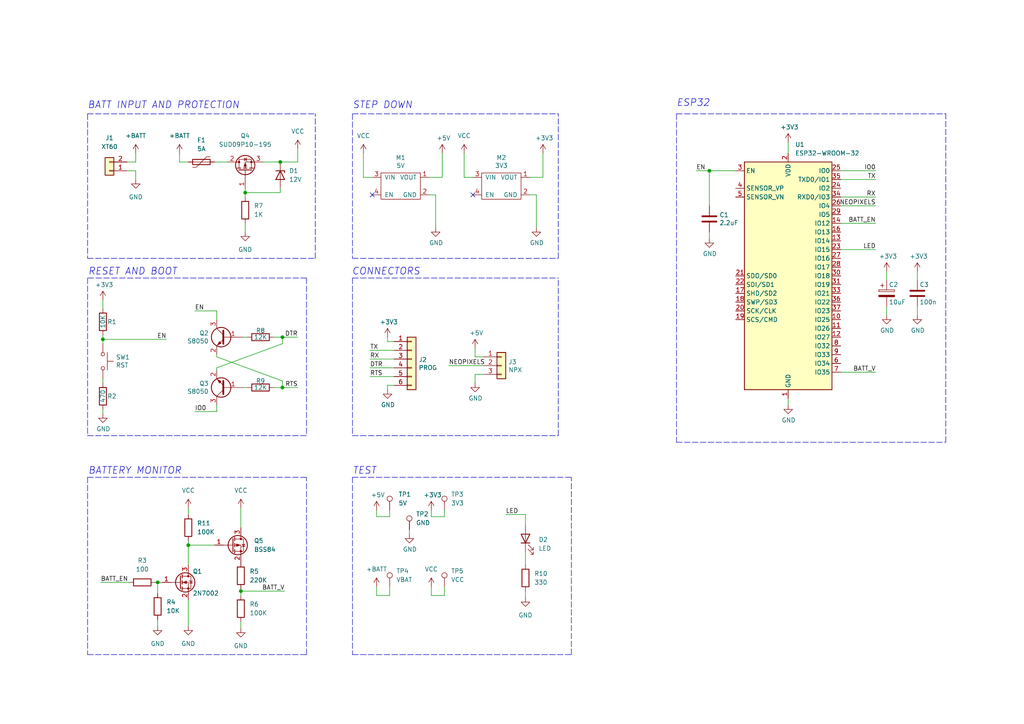
<source format=kicad_sch>
(kicad_sch (version 20211123) (generator eeschema)
  (paper "A4")
  (lib_symbols
    (symbol "Connector:TestPoint" (pin_numbers hide) (pin_names (offset 0.762) hide)
      (property "Reference" "TP" (at 0 6.858 0))
      (property "Value" "TestPoint" (at 0 5.08 0))
      (symbol "TestPoint_0_1"
        (circle (center 0 3.302) (radius 0.762))
      )
      (symbol "TestPoint_1_1"
        (pin passive line (at 0 0 90) (length 2.54) (name "1") (number "1"))
      )
    )
    (symbol "Connector_Generic:Conn_01x02" (pin_names (offset 1.016) hide)
      (property "Reference" "J" (at 0 2.54 0))
      (property "Value" "Conn_01x02" (at 0 -5.08 0))
      (symbol "Conn_01x02_1_1"
        (rectangle (start -1.27 -2.413) (end 0 -2.667) (stroke (width 0.1524)))
        (rectangle (start -1.27 0.127) (end 0 -0.127) (stroke (width 0.1524)))
        (rectangle (start -1.27 1.27) (end 1.27 -3.81) (stroke (width 0.254)) (fill (type background)))
        (pin passive line (at -5.08 0 0) (length 3.81) (name "Pin_1") (number "1"))
        (pin passive line (at -5.08 -2.54 0) (length 3.81) (name "Pin_2") (number "2"))
      )
    )
    (symbol "Connector_Generic:Conn_01x03" (pin_names (offset 1.016) hide)
      (property "Reference" "J" (at 0 5.08 0))
      (property "Value" "Conn_01x03" (at 0 -5.08 0))
      (symbol "Conn_01x03_1_1"
        (rectangle (start -1.27 -2.413) (end 0 -2.667) (stroke (width 0.1524)))
        (rectangle (start -1.27 0.127) (end 0 -0.127) (stroke (width 0.1524)))
        (rectangle (start -1.27 2.667) (end 0 2.413) (stroke (width 0.1524)))
        (rectangle (start -1.27 3.81) (end 1.27 -3.81) (stroke (width 0.254)) (fill (type background)))
        (pin passive line (at -5.08 2.54 0) (length 3.81) (name "Pin_1") (number "1"))
        (pin passive line (at -5.08 0 0) (length 3.81) (name "Pin_2") (number "2"))
        (pin passive line (at -5.08 -2.54 0) (length 3.81) (name "Pin_3") (number "3"))
      )
    )
    (symbol "Connector_Generic:Conn_01x06" (pin_names (offset 1.016) hide)
      (property "Reference" "J" (at 0 7.62 0))
      (property "Value" "Conn_01x06" (at 0 -10.16 0))
      (symbol "Conn_01x06_1_1"
        (rectangle (start -1.27 -7.493) (end 0 -7.747) (stroke (width 0.1524)))
        (rectangle (start -1.27 -4.953) (end 0 -5.207) (stroke (width 0.1524)))
        (rectangle (start -1.27 -2.413) (end 0 -2.667) (stroke (width 0.1524)))
        (rectangle (start -1.27 0.127) (end 0 -0.127) (stroke (width 0.1524)))
        (rectangle (start -1.27 2.667) (end 0 2.413) (stroke (width 0.1524)))
        (rectangle (start -1.27 5.207) (end 0 4.953) (stroke (width 0.1524)))
        (rectangle (start -1.27 6.35) (end 1.27 -8.89) (stroke (width 0.254)) (fill (type background)))
        (pin passive line (at -5.08 5.08 0) (length 3.81) (name "Pin_1") (number "1"))
        (pin passive line (at -5.08 2.54 0) (length 3.81) (name "Pin_2") (number "2"))
        (pin passive line (at -5.08 0 0) (length 3.81) (name "Pin_3") (number "3"))
        (pin passive line (at -5.08 -2.54 0) (length 3.81) (name "Pin_4") (number "4"))
        (pin passive line (at -5.08 -5.08 0) (length 3.81) (name "Pin_5") (number "5"))
        (pin passive line (at -5.08 -7.62 0) (length 3.81) (name "Pin_6") (number "6"))
      )
    )
    (symbol "Device:C" (pin_numbers hide) (pin_names (offset 0.254))
      (property "Reference" "C" (at 0.635 2.54 0))
      (property "Value" "C" (at 0.635 -2.54 0))
      (symbol "C_0_1"
        (polyline (pts (xy -2.032 -0.762) (xy 2.032 -0.762)) (stroke (width 0.508)))
        (polyline (pts (xy -2.032 0.762) (xy 2.032 0.762)) (stroke (width 0.508)))
      )
      (symbol "C_1_1"
        (pin passive line (at 0 3.81 270) (length 2.794) (name "~") (number "1"))
        (pin passive line (at 0 -3.81 90) (length 2.794) (name "~") (number "2"))
      )
    )
    (symbol "Device:C_Polarized" (pin_numbers hide) (pin_names (offset 0.254))
      (property "Reference" "C" (at 0.635 2.54 0))
      (property "Value" "C_Polarized" (at 0.635 -2.54 0))
      (symbol "C_Polarized_0_1"
        (rectangle (start -2.286 0.508) (end 2.286 1.016))
        (polyline (pts (xy -1.778 2.286) (xy -0.762 2.286)))
        (polyline (pts (xy -1.27 2.794) (xy -1.27 1.778)))
        (rectangle (start 2.286 -0.508) (end -2.286 -1.016) (fill (type outline)))
      )
      (symbol "C_Polarized_1_1"
        (pin passive line (at 0 3.81 270) (length 2.794) (name "~") (number "1"))
        (pin passive line (at 0 -3.81 90) (length 2.794) (name "~") (number "2"))
      )
    )
    (symbol "Device:D_Zener" (pin_numbers hide) (pin_names (offset 1.016) hide)
      (property "Reference" "D" (at 0 2.54 0))
      (property "Value" "D_Zener" (at 0 -2.54 0))
      (symbol "D_Zener_0_1"
        (polyline (pts (xy 1.27 0) (xy -1.27 0)))
        (polyline (pts (xy -1.27 -1.27) (xy -1.27 1.27) (xy -0.762 1.27)) (stroke (width 0.254)))
        (polyline (pts (xy 1.27 -1.27) (xy 1.27 1.27) (xy -1.27 0) (xy 1.27 -1.27)) (stroke (width 0.254)))
      )
      (symbol "D_Zener_1_1"
        (pin passive line (at -3.81 0 0) (length 2.54) (name "K") (number "1"))
        (pin passive line (at 3.81 0 180) (length 2.54) (name "A") (number "2"))
      )
    )
    (symbol "Device:LED" (pin_numbers hide) (pin_names (offset 1.016) hide)
      (property "Reference" "D" (at 0 2.54 0))
      (property "Value" "LED" (at 0 -2.54 0))
      (symbol "LED_0_1"
        (polyline (pts (xy -1.27 -1.27) (xy -1.27 1.27)) (stroke (width 0.254)))
        (polyline (pts (xy -1.27 0) (xy 1.27 0)))
        (polyline (pts (xy 1.27 -1.27) (xy 1.27 1.27) (xy -1.27 0) (xy 1.27 -1.27)) (stroke (width 0.254)))
        (polyline (pts (xy -3.048 -0.762) (xy -4.572 -2.286) (xy -3.81 -2.286) (xy -4.572 -2.286) (xy -4.572 -1.524)))
        (polyline (pts (xy -1.778 -0.762) (xy -3.302 -2.286) (xy -2.54 -2.286) (xy -3.302 -2.286) (xy -3.302 -1.524)))
      )
      (symbol "LED_1_1"
        (pin passive line (at -3.81 0 0) (length 2.54) (name "K") (number "1"))
        (pin passive line (at 3.81 0 180) (length 2.54) (name "A") (number "2"))
      )
    )
    (symbol "Device:Polyfuse" (pin_numbers hide) (pin_names (offset 0))
      (property "Reference" "F" (at -2.54 0 90))
      (property "Value" "Polyfuse" (at 2.54 0 90))
      (symbol "Polyfuse_0_1"
        (rectangle (start -0.762 2.54) (end 0.762 -2.54) (stroke (width 0.254)))
        (polyline (pts (xy 0 2.54) (xy 0 -2.54)))
        (polyline (pts (xy -1.524 2.54) (xy -1.524 1.524) (xy 1.524 -1.524) (xy 1.524 -2.54)))
      )
      (symbol "Polyfuse_1_1"
        (pin passive line (at 0 3.81 270) (length 1.27) (name "~") (number "1"))
        (pin passive line (at 0 -3.81 90) (length 1.27) (name "~") (number "2"))
      )
    )
    (symbol "Device:Q_NPN_BEC" (pin_names (offset 0) hide)
      (property "Reference" "Q" (at 5.08 1.27 0))
      (property "Value" "Q_NPN_BEC" (at 5.08 -1.27 0))
      (symbol "Q_NPN_BEC_0_1"
        (polyline (pts (xy 0.635 0.635) (xy 2.54 2.54)))
        (polyline (pts (xy 0.635 -0.635) (xy 2.54 -2.54) (xy 2.54 -2.54)))
        (polyline (pts (xy 0.635 1.905) (xy 0.635 -1.905) (xy 0.635 -1.905)) (stroke (width 0.508)))
        (polyline (pts (xy 1.27 -1.778) (xy 1.778 -1.27) (xy 2.286 -2.286) (xy 1.27 -1.778) (xy 1.27 -1.778)) (fill (type outline)))
        (circle (center 1.27 0) (radius 2.8194) (stroke (width 0.254)))
      )
      (symbol "Q_NPN_BEC_1_1"
        (pin input line (at -5.08 0 0) (length 5.715) (name "B") (number "1"))
        (pin passive line (at 2.54 -5.08 90) (length 2.54) (name "E") (number "2"))
        (pin passive line (at 2.54 5.08 270) (length 2.54) (name "C") (number "3"))
      )
    )
    (symbol "Device:R" (pin_numbers hide) (pin_names (offset 0))
      (property "Reference" "R" (at 2.032 0 90))
      (property "Value" "R" (at 0 0 90))
      (symbol "R_0_1"
        (rectangle (start -1.016 -2.54) (end 1.016 2.54) (stroke (width 0.254)))
      )
      (symbol "R_1_1"
        (pin passive line (at 0 3.81 270) (length 1.27) (name "~") (number "1"))
        (pin passive line (at 0 -3.81 90) (length 1.27) (name "~") (number "2"))
      )
    )
    (symbol "RF_Module:ESP32-WROOM-32"
      (property "Reference" "U" (at -12.7 34.29 0))
      (property "Value" "ESP32-WROOM-32" (at 1.27 34.29 0))
      (symbol "ESP32-WROOM-32_0_1"
        (rectangle (start -12.7 33.02) (end 12.7 -33.02) (stroke (width 0.254)) (fill (type background)))
      )
      (symbol "ESP32-WROOM-32_1_1"
        (pin power_in line (at 0 -35.56 90) (length 2.54) (name "GND") (number "1"))
        (pin bidirectional line (at 15.24 -12.7 180) (length 2.54) (name "IO25") (number "10"))
        (pin bidirectional line (at 15.24 -15.24 180) (length 2.54) (name "IO26") (number "11"))
        (pin bidirectional line (at 15.24 -17.78 180) (length 2.54) (name "IO27") (number "12"))
        (pin bidirectional line (at 15.24 10.16 180) (length 2.54) (name "IO14") (number "13"))
        (pin bidirectional line (at 15.24 15.24 180) (length 2.54) (name "IO12") (number "14"))
        (pin passive line (at 0 -35.56 90) (length 2.54) hide (name "GND") (number "15"))
        (pin bidirectional line (at 15.24 12.7 180) (length 2.54) (name "IO13") (number "16"))
        (pin bidirectional line (at -15.24 -5.08 0) (length 2.54) (name "SHD/SD2") (number "17"))
        (pin bidirectional line (at -15.24 -7.62 0) (length 2.54) (name "SWP/SD3") (number "18"))
        (pin bidirectional line (at -15.24 -12.7 0) (length 2.54) (name "SCS/CMD") (number "19"))
        (pin power_in line (at 0 35.56 270) (length 2.54) (name "VDD") (number "2"))
        (pin bidirectional line (at -15.24 -10.16 0) (length 2.54) (name "SCK/CLK") (number "20"))
        (pin bidirectional line (at -15.24 0 0) (length 2.54) (name "SDO/SD0") (number "21"))
        (pin bidirectional line (at -15.24 -2.54 0) (length 2.54) (name "SDI/SD1") (number "22"))
        (pin bidirectional line (at 15.24 7.62 180) (length 2.54) (name "IO15") (number "23"))
        (pin bidirectional line (at 15.24 25.4 180) (length 2.54) (name "IO2") (number "24"))
        (pin bidirectional line (at 15.24 30.48 180) (length 2.54) (name "IO0") (number "25"))
        (pin bidirectional line (at 15.24 20.32 180) (length 2.54) (name "IO4") (number "26"))
        (pin bidirectional line (at 15.24 5.08 180) (length 2.54) (name "IO16") (number "27"))
        (pin bidirectional line (at 15.24 2.54 180) (length 2.54) (name "IO17") (number "28"))
        (pin bidirectional line (at 15.24 17.78 180) (length 2.54) (name "IO5") (number "29"))
        (pin input line (at -15.24 30.48 0) (length 2.54) (name "EN") (number "3"))
        (pin bidirectional line (at 15.24 0 180) (length 2.54) (name "IO18") (number "30"))
        (pin bidirectional line (at 15.24 -2.54 180) (length 2.54) (name "IO19") (number "31"))
        (pin no_connect line (at -12.7 -27.94 0) (length 2.54) hide (name "NC") (number "32"))
        (pin bidirectional line (at 15.24 -5.08 180) (length 2.54) (name "IO21") (number "33"))
        (pin bidirectional line (at 15.24 22.86 180) (length 2.54) (name "RXD0/IO3") (number "34"))
        (pin bidirectional line (at 15.24 27.94 180) (length 2.54) (name "TXD0/IO1") (number "35"))
        (pin bidirectional line (at 15.24 -7.62 180) (length 2.54) (name "IO22") (number "36"))
        (pin bidirectional line (at 15.24 -10.16 180) (length 2.54) (name "IO23") (number "37"))
        (pin passive line (at 0 -35.56 90) (length 2.54) hide (name "GND") (number "38"))
        (pin passive line (at 0 -35.56 90) (length 2.54) hide (name "GND") (number "39"))
        (pin input line (at -15.24 25.4 0) (length 2.54) (name "SENSOR_VP") (number "4"))
        (pin input line (at -15.24 22.86 0) (length 2.54) (name "SENSOR_VN") (number "5"))
        (pin input line (at 15.24 -25.4 180) (length 2.54) (name "IO34") (number "6"))
        (pin input line (at 15.24 -27.94 180) (length 2.54) (name "IO35") (number "7"))
        (pin bidirectional line (at 15.24 -20.32 180) (length 2.54) (name "IO32") (number "8"))
        (pin bidirectional line (at 15.24 -22.86 180) (length 2.54) (name "IO33") (number "9"))
      )
    )
    (symbol "Switch:SW_Push" (pin_numbers hide) (pin_names (offset 1.016) hide)
      (property "Reference" "SW" (at 1.27 2.54 0))
      (property "Value" "SW_Push" (at 0 -1.524 0))
      (symbol "SW_Push_0_1"
        (circle (center -2.032 0) (radius 0.508))
        (polyline (pts (xy 0 1.27) (xy 0 3.048)))
        (polyline (pts (xy 2.54 1.27) (xy -2.54 1.27)))
        (circle (center 2.032 0) (radius 0.508))
        (pin passive line (at -5.08 0 0) (length 2.54) (name "1") (number "1"))
        (pin passive line (at 5.08 0 180) (length 2.54) (name "2") (number "2"))
      )
    )
    (symbol "Transistor_FET:2N7002" (pin_names hide)
      (property "Reference" "Q" (at 5.08 1.905 0))
      (property "Value" "2N7002" (at 5.08 0 0))
      (symbol "2N7002_0_1"
        (polyline (pts (xy 0.254 0) (xy -2.54 0)))
        (polyline (pts (xy 0.254 1.905) (xy 0.254 -1.905)) (stroke (width 0.254)))
        (polyline (pts (xy 0.762 -1.27) (xy 0.762 -2.286)) (stroke (width 0.254)))
        (polyline (pts (xy 0.762 0.508) (xy 0.762 -0.508)) (stroke (width 0.254)))
        (polyline (pts (xy 0.762 2.286) (xy 0.762 1.27)) (stroke (width 0.254)))
        (polyline (pts (xy 2.54 2.54) (xy 2.54 1.778)))
        (polyline (pts (xy 2.54 -2.54) (xy 2.54 0) (xy 0.762 0)))
        (polyline (pts (xy 0.762 -1.778) (xy 3.302 -1.778) (xy 3.302 1.778) (xy 0.762 1.778)))
        (polyline (pts (xy 1.016 0) (xy 2.032 0.381) (xy 2.032 -0.381) (xy 1.016 0)) (fill (type outline)))
        (polyline (pts (xy 2.794 0.508) (xy 2.921 0.381) (xy 3.683 0.381) (xy 3.81 0.254)))
        (polyline (pts (xy 3.302 0.381) (xy 2.921 -0.254) (xy 3.683 -0.254) (xy 3.302 0.381)))
        (circle (center 1.651 0) (radius 2.794) (stroke (width 0.254)))
        (circle (center 2.54 -1.778) (radius 0.254) (fill (type outline)))
        (circle (center 2.54 1.778) (radius 0.254) (fill (type outline)))
      )
      (symbol "2N7002_1_1"
        (pin input line (at -5.08 0 0) (length 2.54) (name "G") (number "1"))
        (pin passive line (at 2.54 -5.08 90) (length 2.54) (name "S") (number "2"))
        (pin passive line (at 2.54 5.08 270) (length 2.54) (name "D") (number "3"))
      )
    )
    (symbol "Transistor_FET:BSS84" (pin_names hide)
      (property "Reference" "Q" (at 5.08 1.905 0))
      (property "Value" "BSS84" (at 5.08 0 0))
      (symbol "BSS84_0_1"
        (polyline (pts (xy 0.254 0) (xy -2.54 0)))
        (polyline (pts (xy 0.254 1.905) (xy 0.254 -1.905)) (stroke (width 0.254)))
        (polyline (pts (xy 0.762 -1.27) (xy 0.762 -2.286)) (stroke (width 0.254)))
        (polyline (pts (xy 0.762 0.508) (xy 0.762 -0.508)) (stroke (width 0.254)))
        (polyline (pts (xy 0.762 2.286) (xy 0.762 1.27)) (stroke (width 0.254)))
        (polyline (pts (xy 2.54 2.54) (xy 2.54 1.778)))
        (polyline (pts (xy 2.54 -2.54) (xy 2.54 0) (xy 0.762 0)))
        (polyline (pts (xy 0.762 1.778) (xy 3.302 1.778) (xy 3.302 -1.778) (xy 0.762 -1.778)))
        (polyline (pts (xy 2.286 0) (xy 1.27 0.381) (xy 1.27 -0.381) (xy 2.286 0)) (fill (type outline)))
        (polyline (pts (xy 2.794 -0.508) (xy 2.921 -0.381) (xy 3.683 -0.381) (xy 3.81 -0.254)))
        (polyline (pts (xy 3.302 -0.381) (xy 2.921 0.254) (xy 3.683 0.254) (xy 3.302 -0.381)))
        (circle (center 1.651 0) (radius 2.794) (stroke (width 0.254)))
        (circle (center 2.54 -1.778) (radius 0.254) (fill (type outline)))
        (circle (center 2.54 1.778) (radius 0.254) (fill (type outline)))
      )
      (symbol "BSS84_1_1"
        (pin input line (at -5.08 0 0) (length 2.54) (name "G") (number "1"))
        (pin passive line (at 2.54 -5.08 90) (length 2.54) (name "S") (number "2"))
        (pin passive line (at 2.54 5.08 270) (length 2.54) (name "D") (number "3"))
      )
    )
    (symbol "Transistor_FET:SUD09P10-195" (pin_names hide)
      (property "Reference" "Q" (at 4.953 1.905 0))
      (property "Value" "SUD09P10-195" (at 4.953 0 0))
      (symbol "SUD09P10-195_0_1"
        (polyline (pts (xy 0.254 0) (xy -2.54 0)))
        (polyline (pts (xy 0.254 1.905) (xy 0.254 -1.905)) (stroke (width 0.254)))
        (polyline (pts (xy 0.762 -1.27) (xy 0.762 -2.286)) (stroke (width 0.254)))
        (polyline (pts (xy 0.762 0.508) (xy 0.762 -0.508)) (stroke (width 0.254)))
        (polyline (pts (xy 0.762 2.286) (xy 0.762 1.27)) (stroke (width 0.254)))
        (polyline (pts (xy 2.54 2.54) (xy 2.54 1.778)))
        (polyline (pts (xy 2.54 -2.54) (xy 2.54 0) (xy 0.762 0)))
        (polyline (pts (xy 0.762 1.778) (xy 3.302 1.778) (xy 3.302 -1.778) (xy 0.762 -1.778)))
        (polyline (pts (xy 2.286 0) (xy 1.27 0.381) (xy 1.27 -0.381) (xy 2.286 0)) (fill (type outline)))
        (polyline (pts (xy 2.794 -0.508) (xy 2.921 -0.381) (xy 3.683 -0.381) (xy 3.81 -0.254)))
        (polyline (pts (xy 3.302 -0.381) (xy 2.921 0.254) (xy 3.683 0.254) (xy 3.302 -0.381)))
        (circle (center 1.651 0) (radius 2.794) (stroke (width 0.254)))
        (circle (center 2.54 -1.778) (radius 0.254) (fill (type outline)))
        (circle (center 2.54 1.778) (radius 0.254) (fill (type outline)))
      )
      (symbol "SUD09P10-195_1_1"
        (pin input line (at -5.08 0 0) (length 2.54) (name "G") (number "1"))
        (pin passive line (at 2.54 5.08 270) (length 2.54) (name "D") (number "2"))
        (pin passive line (at 2.54 -5.08 90) (length 2.54) (name "S") (number "3"))
      )
    )
    (symbol "ladecadence:MiniStepDown" (pin_names (offset 1.016))
      (property "Reference" "M" (at 5.08 -5.08 0))
      (property "Value" "MiniStepDown" (at 1.27 5.08 0))
      (symbol "MiniStepDown_0_1"
        (rectangle (start -5.08 3.81) (end 6.35 -3.81))
      )
      (symbol "MiniStepDown_1_1"
        (pin power_out line (at 8.89 2.54 180) (length 2.54) (name "VOUT") (number "1"))
        (pin power_in line (at 8.89 -2.54 180) (length 2.54) (name "GND") (number "2"))
        (pin power_in line (at -7.62 2.54 0) (length 2.54) (name "VIN") (number "3"))
        (pin input line (at -7.62 -2.54 0) (length 2.54) (name "EN") (number "4"))
      )
    )
    (symbol "power:+3V3" (power) (pin_names (offset 0))
      (property "Value" "+3V3" (at 0 3.556 0))
      (symbol "+3V3_0_1"
        (polyline (pts (xy -0.762 1.27) (xy 0 2.54)))
        (polyline (pts (xy 0 0) (xy 0 2.54)))
        (polyline (pts (xy 0 2.54) (xy 0.762 1.27)))
      )
      (symbol "+3V3_1_1"
        (pin power_in line (at 0 0 90) (length 0) hide (name "+3V3") (number "1"))
      )
    )
    (symbol "power:+5V" (power) (pin_names (offset 0))
      (property "Value" "+5V" (at 0 3.556 0))
      (symbol "+5V_0_1"
        (polyline (pts (xy -0.762 1.27) (xy 0 2.54)))
        (polyline (pts (xy 0 0) (xy 0 2.54)))
        (polyline (pts (xy 0 2.54) (xy 0.762 1.27)))
      )
      (symbol "+5V_1_1"
        (pin power_in line (at 0 0 90) (length 0) hide (name "+5V") (number "1"))
      )
    )
    (symbol "power:+BATT" (power) (pin_names (offset 0))
      (property "Value" "+BATT" (at 0 3.556 0))
      (symbol "+BATT_0_1"
        (polyline (pts (xy -0.762 1.27) (xy 0 2.54)))
        (polyline (pts (xy 0 0) (xy 0 2.54)))
        (polyline (pts (xy 0 2.54) (xy 0.762 1.27)))
      )
      (symbol "+BATT_1_1"
        (pin power_in line (at 0 0 90) (length 0) hide (name "+BATT") (number "1"))
      )
    )
    (symbol "power:GND" (power) (pin_names (offset 0))
      (property "Value" "GND" (at 0 -3.81 0))
      (symbol "GND_0_1"
        (polyline (pts (xy 0 0) (xy 0 -1.27) (xy 1.27 -1.27) (xy 0 -2.54) (xy -1.27 -1.27) (xy 0 -1.27)))
      )
      (symbol "GND_1_1"
        (pin power_in line (at 0 0 270) (length 0) hide (name "GND") (number "1"))
      )
    )
    (symbol "power:VCC" (power) (pin_names (offset 0))
      (property "Value" "VCC" (at 0 3.81 0))
      (symbol "VCC_0_1"
        (polyline (pts (xy -0.762 1.27) (xy 0 2.54)))
        (polyline (pts (xy 0 0) (xy 0 2.54)))
        (polyline (pts (xy 0 2.54) (xy 0.762 1.27)))
      )
      (symbol "VCC_1_1"
        (pin power_in line (at 0 0 90) (length 0) hide (name "VCC") (number "1"))
      )
    )
  )
  (junction (at 29.845 98.425))
  (junction (at 71.12 55.88))
  (junction (at 81.915 97.79))
  (junction (at 45.72 168.91))
  (junction (at 205.74 49.53))
  (junction (at 81.28 46.99))
  (junction (at 69.85 171.45))
  (junction (at 54.61 158.115))
  (junction (at 81.915 112.395))
  (no_connect (at 107.95 56.515))
  (no_connect (at 137.16 56.515))
  (wire (pts (xy 29.845 98.425) (xy 29.845 99.695)))
  (wire (pts (xy 81.915 97.79) (xy 79.375 97.79)))
  (wire (pts (xy 128.905 172.72) (xy 128.905 170.18)))
  (wire (pts (xy 118.745 153.67) (xy 118.745 154.94)))
  (wire (pts (xy 69.85 171.45) (xy 69.85 172.72)))
  (polyline (pts (xy 102.235 138.43) (xy 165.735 138.43)))
  (wire (pts (xy 81.915 99.695) (xy 81.915 97.79)))
  (wire (pts (xy 62.865 106.68) (xy 81.915 99.695)))
  (wire (pts (xy 114.3 101.6) (xy 107.315 101.6)))
  (wire (pts (xy 29.21 168.91) (xy 37.465 168.91)))
  (wire (pts (xy 54.61 156.845) (xy 54.61 158.115)))
  (wire (pts (xy 114.3 109.22) (xy 107.315 109.22)))
  (wire (pts (xy 45.72 168.91) (xy 46.99 168.91)))
  (polyline (pts (xy 102.235 80.645) (xy 102.235 126.365)))
  (wire (pts (xy 137.795 108.585) (xy 137.795 111.125)))
  (wire (pts (xy 266.065 78.74) (xy 266.065 81.28)))
  (wire (pts (xy 52.07 44.45) (xy 52.07 46.99)))
  (wire (pts (xy 114.3 99.06) (xy 112.395 99.06)))
  (wire (pts (xy 243.84 49.53) (xy 254 49.53)))
  (wire (pts (xy 114.3 104.14) (xy 107.315 104.14)))
  (polyline (pts (xy 91.44 74.93) (xy 91.44 33.02)))
  (wire (pts (xy 109.22 147.955) (xy 109.22 149.86)))
  (wire (pts (xy 81.28 54.61) (xy 81.28 55.88)))
  (wire (pts (xy 126.365 56.515) (xy 126.365 66.04)))
  (polyline (pts (xy 274.32 128.27) (xy 274.32 33.02)))
  (wire (pts (xy 146.685 149.225) (xy 152.4 149.225)))
  (wire (pts (xy 52.07 46.99) (xy 54.61 46.99)))
  (wire (pts (xy 266.065 88.9) (xy 266.065 91.44)))
  (wire (pts (xy 134.62 51.435) (xy 137.16 51.435)))
  (wire (pts (xy 205.74 67.31) (xy 205.74 69.215)))
  (wire (pts (xy 125.095 172.72) (xy 128.905 172.72)))
  (polyline (pts (xy 161.925 126.365) (xy 161.925 80.645)))
  (polyline (pts (xy 102.235 80.645) (xy 161.925 80.645)))
  (wire (pts (xy 62.865 103.505) (xy 81.915 110.49)))
  (wire (pts (xy 109.22 172.72) (xy 113.03 172.72)))
  (polyline (pts (xy 25.4 80.645) (xy 25.4 126.365)))
  (wire (pts (xy 140.335 108.585) (xy 137.795 108.585)))
  (wire (pts (xy 112.395 111.76) (xy 112.395 113.03)))
  (wire (pts (xy 105.41 51.435) (xy 107.95 51.435)))
  (wire (pts (xy 29.845 109.855) (xy 29.845 111.125)))
  (wire (pts (xy 86.36 43.18) (xy 86.36 46.99)))
  (wire (pts (xy 54.61 158.115) (xy 62.23 158.115)))
  (wire (pts (xy 157.48 51.435) (xy 153.67 51.435)))
  (wire (pts (xy 243.84 59.69) (xy 254 59.69)))
  (wire (pts (xy 152.4 149.225) (xy 152.4 152.4)))
  (wire (pts (xy 128.27 44.45) (xy 128.27 51.435)))
  (wire (pts (xy 243.84 57.15) (xy 254 57.15)))
  (wire (pts (xy 45.72 168.91) (xy 45.72 172.085)))
  (wire (pts (xy 71.12 64.77) (xy 71.12 67.31)))
  (wire (pts (xy 81.28 55.88) (xy 71.12 55.88)))
  (wire (pts (xy 125.095 149.86) (xy 128.905 149.86)))
  (polyline (pts (xy 25.4 126.365) (xy 88.9 126.365)))
  (polyline (pts (xy 196.215 128.27) (xy 274.32 128.27)))
  (wire (pts (xy 54.61 147.32) (xy 54.61 149.225)))
  (wire (pts (xy 153.67 56.515) (xy 155.575 56.515)))
  (wire (pts (xy 70.485 112.395) (xy 71.755 112.395)))
  (polyline (pts (xy 161.925 74.93) (xy 161.925 33.02)))
  (wire (pts (xy 113.03 172.72) (xy 113.03 170.18)))
  (wire (pts (xy 228.6 115.57) (xy 228.6 117.475)))
  (polyline (pts (xy 102.235 33.02) (xy 102.235 74.93)))
  (wire (pts (xy 71.12 54.61) (xy 71.12 55.88)))
  (polyline (pts (xy 196.215 33.02) (xy 274.32 33.02)))
  (wire (pts (xy 114.3 106.68) (xy 107.315 106.68)))
  (wire (pts (xy 152.4 160.02) (xy 152.4 163.83)))
  (wire (pts (xy 155.575 56.515) (xy 155.575 66.04)))
  (wire (pts (xy 45.72 179.705) (xy 45.72 181.61)))
  (wire (pts (xy 228.6 41.275) (xy 228.6 44.45)))
  (polyline (pts (xy 25.4 189.865) (xy 88.9 189.865)))
  (wire (pts (xy 105.41 44.45) (xy 105.41 51.435)))
  (wire (pts (xy 29.845 86.995) (xy 29.845 89.535)))
  (wire (pts (xy 243.84 72.39) (xy 254 72.39)))
  (wire (pts (xy 86.36 46.99) (xy 81.28 46.99)))
  (wire (pts (xy 134.62 44.45) (xy 134.62 51.435)))
  (wire (pts (xy 81.915 112.395) (xy 86.36 112.395)))
  (polyline (pts (xy 25.4 33.02) (xy 91.44 33.02)))
  (wire (pts (xy 69.85 147.32) (xy 69.85 153.035)))
  (wire (pts (xy 243.84 107.95) (xy 254 107.95)))
  (wire (pts (xy 114.3 111.76) (xy 112.395 111.76)))
  (wire (pts (xy 29.845 118.745) (xy 29.845 120.015)))
  (polyline (pts (xy 102.235 74.93) (xy 161.925 74.93)))
  (wire (pts (xy 62.865 90.17) (xy 56.515 90.17)))
  (wire (pts (xy 140.335 106.045) (xy 130.175 106.045)))
  (polyline (pts (xy 25.4 74.93) (xy 91.44 74.93)))
  (wire (pts (xy 39.37 46.99) (xy 39.37 44.45)))
  (wire (pts (xy 109.22 170.18) (xy 109.22 172.72)))
  (wire (pts (xy 128.905 149.86) (xy 128.905 147.955)))
  (wire (pts (xy 157.48 44.45) (xy 157.48 51.435)))
  (wire (pts (xy 257.175 78.74) (xy 257.175 81.28)))
  (wire (pts (xy 79.375 112.395) (xy 81.915 112.395)))
  (wire (pts (xy 39.37 49.53) (xy 39.37 52.07)))
  (polyline (pts (xy 88.9 80.645) (xy 88.9 126.365)))
  (wire (pts (xy 29.845 98.425) (xy 48.26 98.425)))
  (wire (pts (xy 205.74 49.53) (xy 201.93 49.53)))
  (wire (pts (xy 140.335 103.505) (xy 137.795 103.505)))
  (wire (pts (xy 257.175 88.9) (xy 257.175 91.44)))
  (wire (pts (xy 70.485 97.79) (xy 71.755 97.79)))
  (wire (pts (xy 54.61 173.99) (xy 54.61 181.61)))
  (polyline (pts (xy 102.235 126.365) (xy 161.925 126.365)))
  (wire (pts (xy 109.22 149.86) (xy 113.03 149.86)))
  (wire (pts (xy 54.61 158.115) (xy 54.61 163.83)))
  (polyline (pts (xy 196.215 33.02) (xy 196.215 128.27)))
  (polyline (pts (xy 25.4 138.43) (xy 88.9 138.43)))
  (polyline (pts (xy 102.235 189.865) (xy 165.735 189.865)))
  (polyline (pts (xy 25.4 33.02) (xy 25.4 74.93)))
  (wire (pts (xy 69.85 171.45) (xy 82.55 171.45)))
  (wire (pts (xy 62.865 92.71) (xy 62.865 90.17)))
  (polyline (pts (xy 88.9 189.865) (xy 88.9 138.43)))
  (wire (pts (xy 29.845 97.155) (xy 29.845 98.425)))
  (wire (pts (xy 81.915 110.49) (xy 81.915 112.395)))
  (wire (pts (xy 113.03 149.86) (xy 113.03 147.955)))
  (wire (pts (xy 69.85 170.815) (xy 69.85 171.45)))
  (wire (pts (xy 81.915 97.79) (xy 86.36 97.79)))
  (wire (pts (xy 76.2 46.99) (xy 81.28 46.99)))
  (wire (pts (xy 62.23 46.99) (xy 66.04 46.99)))
  (polyline (pts (xy 88.9 80.645) (xy 25.4 80.645)))
  (wire (pts (xy 62.865 117.475) (xy 62.865 119.38)))
  (wire (pts (xy 36.83 49.53) (xy 39.37 49.53)))
  (wire (pts (xy 71.12 55.88) (xy 71.12 57.15)))
  (polyline (pts (xy 102.235 138.43) (xy 102.235 189.865)))
  (wire (pts (xy 62.865 119.38) (xy 56.515 119.38)))
  (wire (pts (xy 62.865 107.315) (xy 62.865 106.68)))
  (wire (pts (xy 112.395 99.06) (xy 112.395 97.79)))
  (polyline (pts (xy 25.4 138.43) (xy 25.4 189.865)))
  (wire (pts (xy 69.85 180.34) (xy 69.85 182.245)))
  (wire (pts (xy 124.46 56.515) (xy 126.365 56.515)))
  (wire (pts (xy 243.84 64.77) (xy 254 64.77)))
  (polyline (pts (xy 165.735 189.865) (xy 165.735 138.43)))
  (wire (pts (xy 205.74 59.69) (xy 205.74 49.53)))
  (wire (pts (xy 125.095 170.18) (xy 125.095 172.72)))
  (wire (pts (xy 62.865 102.87) (xy 62.865 103.505)))
  (wire (pts (xy 243.84 52.07) (xy 254 52.07)))
  (wire (pts (xy 205.74 49.53) (xy 213.36 49.53)))
  (wire (pts (xy 128.27 51.435) (xy 124.46 51.435)))
  (wire (pts (xy 45.085 168.91) (xy 45.72 168.91)))
  (wire (pts (xy 125.095 147.955) (xy 125.095 149.86)))
  (polyline (pts (xy 102.235 33.02) (xy 161.925 33.02)))
  (wire (pts (xy 36.83 46.99) (xy 39.37 46.99)))
  (wire (pts (xy 137.795 103.505) (xy 137.795 100.965)))
  (wire (pts (xy 152.4 171.45) (xy 152.4 173.355)))
  (text "CONNECTORS" (at 121.92 80.01 180) (effects (font (size 2.0066 2.0066) italic) (justify right bottom)))
  (text "STEP DOWN" (at 102.235 31.75 0) (effects (font (size 2 2) italic) (justify left bottom)))
  (text "TEST" (at 109.22 137.795 180) (effects (font (size 2.0066 2.0066) italic) (justify right bottom)))
  (text "ESP32\n" (at 196.215 31.115 0) (effects (font (size 2 2) italic) (justify left bottom)))
  (text "BATT INPUT AND PROTECTION" (at 25.4 31.75 0) (effects (font (size 2 2) italic) (justify left bottom)))
  (text "RESET AND BOOT" (at 51.435 80.01 180) (effects (font (size 2.0066 2.0066) italic) (justify right bottom)))
  (text "BATTERY MONITOR" (at 52.705 137.795 180) (effects (font (size 2.0066 2.0066) italic) (justify right bottom)))
  (label "RTS" (at 86.36 112.395 180))
  (label "RX" (at 254 57.15 180))
  (label "IO0" (at 56.515 119.38 0))
  (label "BATT_EN" (at 254 64.77 180))
  (label "NEOPIXELS" (at 254 59.69 180))
  (label "BATT_V" (at 254 107.95 180))
  (label "NEOPIXELS" (at 130.175 106.045 0))
  (label "EN" (at 201.93 49.53 0))
  (label "DTR" (at 107.315 106.68 0))
  (label "BATT_EN" (at 29.21 168.91 0))
  (label "LED" (at 146.685 149.225 0))
  (label "EN" (at 56.515 90.17 0))
  (label "IO0" (at 254 49.53 180))
  (label "EN" (at 48.26 98.425 180))
  (label "BATT_V" (at 82.55 171.45 180))
  (label "LED" (at 254 72.39 180))
  (label "RX" (at 107.315 104.14 0))
  (label "DTR" (at 86.36 97.79 180))
  (label "TX" (at 254 52.07 180))
  (label "TX" (at 107.315 101.6 0))
  (label "RTS" (at 107.315 109.22 0))
  (symbol (lib_id "Connector:TestPoint") (at 118.745 153.67 0) (unit 1)
    (property "Reference" "TP2" (at 120.65 149.0979 0) (effects (justify left)))
    (property "Value" "GND" (at 120.65 151.6379 0) (effects (justify left)))
    (property "Footprint" "TestPoint:TestPoint_Pad_D1.0mm" (effects hide))
  )
  (symbol (lib_id "power:+3V3") (at 266.065 78.74 0) (unit 1)
    (property "Reference" "#PWR026" (effects hide))
    (property "Value" "+3V3" (at 266.446 74.3458 0))
  )
  (symbol (lib_id "Device:R") (at 69.85 176.53 0) (unit 1)
    (property "Reference" "R6" (at 72.39 175.2599 0) (effects (justify left)))
    (property "Value" "100K" (at 72.39 177.7999 0) (effects (justify left)))
    (property "Footprint" "Resistor_SMD:R_0603_1608Metric" (effects hide))
  )
  (symbol (lib_id "power:+5V") (at 128.27 44.45 0) (unit 1)
    (property "Reference" "#PWR015" (effects hide))
    (property "Value" "+5V" (at 128.651 40.0558 0))
  )
  (symbol (lib_id "Connector:TestPoint") (at 128.905 147.955 0) (unit 1)
    (property "Reference" "TP3" (at 130.81 143.3829 0) (effects (justify left)))
    (property "Value" "3V3" (at 130.81 145.9229 0) (effects (justify left)))
    (property "Footprint" "TestPoint:TestPoint_Pad_D1.0mm" (effects hide))
  )
  (symbol (lib_id "power:+3V3") (at 257.175 78.74 0) (unit 1)
    (property "Reference" "#PWR024" (effects hide))
    (property "Value" "+3V3" (at 257.556 74.3458 0))
  )
  (symbol (lib_id "power:GND") (at 118.745 154.94 0) (unit 1)
    (property "Reference" "#PWR029" (effects hide))
    (property "Value" "GND" (at 118.872 159.3342 0))
  )
  (symbol (lib_id "Device:LED") (at 152.4 156.21 90) (unit 1)
    (property "Reference" "D2" (at 156.21 156.5274 90) (effects (justify right)))
    (property "Value" "LED" (at 156.21 159.0674 90) (effects (justify right)))
    (property "Footprint" "LED_SMD:LED_0603_1608Metric" (effects hide))
  )
  (symbol (lib_id "Device:D_Zener") (at 81.28 50.8 270) (unit 1)
    (property "Reference" "D1" (at 83.82 49.5299 90) (effects (justify left)))
    (property "Value" "12V" (at 83.82 52.0699 90) (effects (justify left)))
    (property "Footprint" "Diode_SMD:D_SOD-123" (effects hide))
  )
  (symbol (lib_id "power:GND") (at 152.4 173.355 0) (unit 1)
    (property "Reference" "#PWR033" (effects hide))
    (property "Value" "GND" (at 152.4 178.435 0))
  )
  (symbol (lib_id "power:GND") (at 257.175 91.44 0) (unit 1)
    (property "Reference" "#PWR025" (effects hide))
    (property "Value" "GND" (at 257.302 95.8342 0))
  )
  (symbol (lib_id "Device:C") (at 266.065 85.09 0) (unit 1)
    (property "Reference" "C3" (at 266.7 82.55 0) (effects (justify left)))
    (property "Value" "100n" (at 266.7 87.63 0) (effects (justify left)))
    (property "Footprint" "Capacitor_SMD:C_0805_2012Metric" (effects hide))
  )
  (symbol (lib_id "power:GND") (at 39.37 52.07 0) (unit 1)
    (property "Reference" "#PWR04" (effects hide))
    (property "Value" "GND" (at 39.37 57.15 0))
  )
  (symbol (lib_id "power:GND") (at 112.395 113.03 0) (unit 1)
    (property "Reference" "#PWR013" (effects hide))
    (property "Value" "GND" (at 112.522 117.4242 0))
  )
  (symbol (lib_id "Transistor_FET:SUD09P10-195") (at 71.12 49.53 90) (unit 1)
    (property "Reference" "Q4" (at 71.12 39.37 90))
    (property "Value" "SUD09P10-195" (at 71.12 41.91 90))
    (property "Footprint" "Package_TO_SOT_SMD:TO-252-2" (effects hide))
    (property "Datasheet" "https://www.vishay.com/docs/65903/SUD09P10.pdf" (effects hide))
  )
  (symbol (lib_id "power:+3V3") (at 29.845 86.995 0) (unit 1)
    (property "Reference" "#PWR01" (effects hide))
    (property "Value" "+3V3" (at 30.226 82.6008 0))
  )
  (symbol (lib_id "Device:Polyfuse") (at 58.42 46.99 90) (unit 1)
    (property "Reference" "F1" (at 58.42 40.64 90))
    (property "Value" "5A" (at 58.42 43.18 90))
    (property "Footprint" "Fuse:Fuse_1206_3216Metric" (effects hide))
  )
  (symbol (lib_id "power:GND") (at 137.795 111.125 0) (unit 1)
    (property "Reference" "#PWR018" (effects hide))
    (property "Value" "GND" (at 137.922 115.5192 0))
  )
  (symbol (lib_id "power:VCC") (at 54.61 147.32 0) (unit 1)
    (property "Reference" "#PWR034" (effects hide))
    (property "Value" "VCC" (at 54.61 142.24 0))
  )
  (symbol (lib_id "power:VCC") (at 86.36 43.18 0) (unit 1)
    (property "Reference" "#PWR010" (effects hide))
    (property "Value" "VCC" (at 86.36 38.1 0))
  )
  (symbol (lib_id "power:VCC") (at 134.62 44.45 0) (unit 1)
    (property "Reference" "#PWR016" (effects hide))
    (property "Value" "VCC" (at 134.62 39.37 0))
  )
  (symbol (lib_id "Switch:SW_Push") (at 29.845 104.775 270) (unit 1)
    (property "Reference" "SW1" (at 33.6042 103.6066 90) (effects (justify left)))
    (property "Value" "RST" (at 33.6042 105.918 90) (effects (justify left)))
    (property "Footprint" "Button_Switch_SMD:SW_Push_SPST_NO_Alps_SKRK" (effects hide))
  )
  (symbol (lib_id "power:+BATT") (at 109.22 170.18 0) (unit 1)
    (property "Reference" "#PWR031" (effects hide))
    (property "Value" "+BATT" (at 109.22 165.1 0))
  )
  (symbol (lib_id "Device:Q_NPN_BEC") (at 65.405 112.395 180) (unit 1)
    (property "Reference" "Q3" (at 60.5536 111.2266 0) (effects (justify left)))
    (property "Value" "S8050" (at 60.5536 113.538 0) (effects (justify left)))
    (property "Footprint" "Package_TO_SOT_SMD:SOT-23" (effects hide))
  )
  (symbol (lib_id "Connector:TestPoint") (at 113.03 147.955 0) (unit 1)
    (property "Reference" "TP1" (at 115.57 143.3829 0) (effects (justify left)))
    (property "Value" "5V" (at 115.57 145.9229 0) (effects (justify left)))
    (property "Footprint" "TestPoint:TestPoint_Pad_D1.0mm" (effects hide))
  )
  (symbol (lib_id "power:+3V3") (at 125.095 147.955 0) (unit 1)
    (property "Reference" "#PWR030" (effects hide))
    (property "Value" "+3V3" (at 125.476 143.5608 0))
  )
  (symbol (lib_id "power:+5V") (at 137.795 100.965 0) (unit 1)
    (property "Reference" "#PWR017" (effects hide))
    (property "Value" "+5V" (at 138.176 96.5708 0))
  )
  (symbol (lib_id "Device:R") (at 41.275 168.91 90) (unit 1)
    (property "Reference" "R3" (at 41.275 162.56 90))
    (property "Value" "100" (at 41.275 165.1 90))
    (property "Footprint" "Resistor_SMD:R_0603_1608Metric" (effects hide))
  )
  (symbol (lib_id "power:GND") (at 69.85 182.245 0) (unit 1)
    (property "Reference" "#PWR08" (effects hide))
    (property "Value" "GND" (at 69.85 187.325 0))
  )
  (symbol (lib_id "power:GND") (at 126.365 66.04 0) (unit 1)
    (property "Reference" "#PWR014" (effects hide))
    (property "Value" "GND" (at 126.492 70.4342 0))
  )
  (symbol (lib_id "Transistor_FET:2N7002") (at 52.07 168.91 0) (unit 1)
    (property "Reference" "Q1" (at 55.88 165.735 0) (effects (justify left)))
    (property "Value" "2N7002" (at 55.88 172.085 0) (effects (justify left)))
    (property "Footprint" "Package_TO_SOT_SMD:SOT-23" (effects hide))
    (property "Datasheet" "https://www.onsemi.com/pub/Collateral/NDS7002A-D.PDF" (effects hide))
  )
  (symbol (lib_id "Connector_Generic:Conn_01x02") (at 31.75 49.53 180) (unit 1)
    (property "Reference" "J1" (at 31.75 40.005 0))
    (property "Value" "XT60" (at 31.75 42.545 0))
    (property "Footprint" "Connector_AMASS:AMASS_XT60-M_1x02_P7.20mm_Vertical" (effects hide))
  )
  (symbol (lib_id "power:GND") (at 29.845 120.015 0) (unit 1)
    (property "Reference" "#PWR02" (effects hide))
    (property "Value" "GND" (at 29.972 124.4092 0))
  )
  (symbol (lib_id "power:GND") (at 266.065 91.44 0) (unit 1)
    (property "Reference" "#PWR027" (effects hide))
    (property "Value" "GND" (at 266.192 95.8342 0))
  )
  (symbol (lib_id "Device:R") (at 29.845 114.935 180) (unit 1)
    (property "Reference" "R2" (at 31.115 114.935 0) (effects (justify right)))
    (property "Value" "470" (at 29.845 116.84 90) (effects (justify right)))
    (property "Footprint" "Resistor_SMD:R_0805_2012Metric" (effects hide))
  )
  (symbol (lib_id "Device:R") (at 45.72 175.895 0) (unit 1)
    (property "Reference" "R4" (at 48.26 174.6249 0) (effects (justify left)))
    (property "Value" "10K" (at 48.26 177.1649 0) (effects (justify left)))
    (property "Footprint" "Resistor_SMD:R_0603_1608Metric" (effects hide))
  )
  (symbol (lib_id "power:GND") (at 155.575 66.04 0) (unit 1)
    (property "Reference" "#PWR019" (effects hide))
    (property "Value" "GND" (at 155.702 70.4342 0))
  )
  (symbol (lib_id "power:+3V3") (at 112.395 97.79 0) (unit 1)
    (property "Reference" "#PWR012" (effects hide))
    (property "Value" "+3V3" (at 112.776 93.3958 0))
  )
  (symbol (lib_id "Device:Q_NPN_BEC") (at 65.405 97.79 0) (mirror y) (unit 1)
    (property "Reference" "Q2" (at 60.5536 96.6216 0) (effects (justify left)))
    (property "Value" "S8050" (at 60.5536 98.933 0) (effects (justify left)))
    (property "Footprint" "Package_TO_SOT_SMD:SOT-23" (effects hide))
  )
  (symbol (lib_id "Device:R") (at 54.61 153.035 0) (unit 1)
    (property "Reference" "R11" (at 57.15 151.7649 0) (effects (justify left)))
    (property "Value" "100K" (at 57.15 154.3049 0) (effects (justify left)))
    (property "Footprint" "Resistor_SMD:R_0603_1608Metric" (effects hide))
  )
  (symbol (lib_id "ladecadence:MiniStepDown") (at 115.57 53.975 0) (unit 1)
    (property "Reference" "M1" (at 116.205 45.72 0))
    (property "Value" "5V" (at 116.205 48.0314 0))
    (property "Footprint" "LadecadenceNew:MiniStepDown" (effects hide))
  )
  (symbol (lib_id "power:VCC") (at 125.095 170.18 0) (unit 1)
    (property "Reference" "#PWR032" (effects hide))
    (property "Value" "VCC" (at 125.095 165.1 0))
  )
  (symbol (lib_id "power:+3V3") (at 228.6 41.275 0) (unit 1)
    (property "Reference" "#PWR022" (effects hide))
    (property "Value" "+3V3" (at 228.981 36.8808 0))
  )
  (symbol (lib_id "power:GND") (at 71.12 67.31 0) (unit 1)
    (property "Reference" "#PWR09" (effects hide))
    (property "Value" "GND" (at 71.12 72.39 0))
  )
  (symbol (lib_id "Device:R") (at 75.565 97.79 90) (unit 1)
    (property "Reference" "R8" (at 75.565 95.885 90))
    (property "Value" "12K" (at 75.565 97.79 90))
    (property "Footprint" "Resistor_SMD:R_0603_1608Metric" (effects hide))
  )
  (symbol (lib_id "ladecadence:MiniStepDown") (at 144.78 53.975 0) (unit 1)
    (property "Reference" "M2" (at 145.415 45.72 0))
    (property "Value" "3V3" (at 145.415 48.0314 0))
    (property "Footprint" "LadecadenceNew:MiniStepDown" (effects hide))
  )
  (symbol (lib_id "Device:R") (at 29.845 93.345 0) (unit 1)
    (property "Reference" "R1" (at 31.115 93.345 0) (effects (justify left)))
    (property "Value" "10K" (at 29.845 95.25 90) (effects (justify left)))
    (property "Footprint" "Resistor_SMD:R_0805_2012Metric" (effects hide))
  )
  (symbol (lib_id "Connector:TestPoint") (at 128.905 170.18 0) (unit 1)
    (property "Reference" "TP5" (at 130.81 165.6079 0) (effects (justify left)))
    (property "Value" "VCC" (at 130.81 168.1479 0) (effects (justify left)))
    (property "Footprint" "TestPoint:TestPoint_Pad_D1.0mm" (effects hide))
  )
  (symbol (lib_id "RF_Module:ESP32-WROOM-32") (at 228.6 80.01 0) (unit 1)
    (property "Reference" "U1" (at 230.6194 41.91 0) (effects (justify left)))
    (property "Value" "ESP32-WROOM-32" (at 230.6194 44.45 0) (effects (justify left)))
    (property "Footprint" "RF_Module:ESP32-WROOM-32" (effects hide))
    (property "Datasheet" "https://www.espressif.com/sites/default/files/documentation/esp32-wroom-32_datasheet_en.pdf" (effects hide))
  )
  (symbol (lib_id "power:+3V3") (at 157.48 44.45 0) (unit 1)
    (property "Reference" "#PWR020" (effects hide))
    (property "Value" "+3V3" (at 157.861 40.0558 0))
  )
  (symbol (lib_id "power:GND") (at 205.74 69.215 0) (unit 1)
    (property "Reference" "#PWR021" (effects hide))
    (property "Value" "GND" (at 205.867 73.6092 0))
  )
  (symbol (lib_id "power:+BATT") (at 39.37 44.45 0) (unit 1)
    (property "Reference" "#PWR03" (effects hide))
    (property "Value" "+BATT" (at 39.37 39.37 0))
  )
  (symbol (lib_id "Device:R") (at 152.4 167.64 0) (unit 1)
    (property "Reference" "R10" (at 154.94 166.3699 0) (effects (justify left)))
    (property "Value" "330" (at 154.94 168.9099 0) (effects (justify left)))
    (property "Footprint" "Resistor_SMD:R_0603_1608Metric" (effects hide))
  )
  (symbol (lib_id "Connector_Generic:Conn_01x06") (at 119.38 104.14 0) (unit 1)
    (property "Reference" "J2" (at 121.412 104.3432 0) (effects (justify left)))
    (property "Value" "PROG" (at 121.412 106.6546 0) (effects (justify left)))
    (property "Footprint" "Connector_PinHeader_2.54mm:PinHeader_1x06_P2.54mm_Vertical" (effects hide))
  )
  (symbol (lib_id "power:GND") (at 228.6 117.475 0) (unit 1)
    (property "Reference" "#PWR023" (effects hide))
    (property "Value" "GND" (at 228.727 121.8692 0))
  )
  (symbol (lib_id "Connector:TestPoint") (at 113.03 170.18 0) (unit 1)
    (property "Reference" "TP4" (at 114.935 165.6079 0) (effects (justify left)))
    (property "Value" "VBAT" (at 114.935 168.1479 0) (effects (justify left)))
    (property "Footprint" "TestPoint:TestPoint_Pad_D1.0mm" (effects hide))
  )
  (symbol (lib_id "Device:C_Polarized") (at 257.175 85.09 0) (unit 1)
    (property "Reference" "C2" (at 257.81 82.55 0) (effects (justify left)))
    (property "Value" "10uF" (at 257.81 87.63 0) (effects (justify left)))
    (property "Footprint" "Capacitor_Tantalum_SMD:CP_EIA-3216-18_Kemet-A" (effects hide))
  )
  (symbol (lib_id "Device:R") (at 71.12 60.96 0) (unit 1)
    (property "Reference" "R7" (at 73.66 59.6899 0) (effects (justify left)))
    (property "Value" "1K" (at 73.66 62.2299 0) (effects (justify left)))
    (property "Footprint" "Resistor_SMD:R_0603_1608Metric" (effects hide))
  )
  (symbol (lib_id "Transistor_FET:BSS84") (at 67.31 158.115 0) (unit 1)
    (property "Reference" "Q5" (at 73.66 156.8449 0) (effects (justify left)))
    (property "Value" "BSS84" (at 73.66 159.3849 0) (effects (justify left)))
    (property "Footprint" "Package_TO_SOT_SMD:SOT-23" (effects hide))
    (property "Datasheet" "http://assets.nexperia.com/documents/data-sheet/BSS84.pdf" (effects hide))
  )
  (symbol (lib_id "power:VCC") (at 105.41 44.45 0) (unit 1)
    (property "Reference" "#PWR011" (effects hide))
    (property "Value" "VCC" (at 105.41 39.37 0))
  )
  (symbol (lib_id "Device:C") (at 205.74 63.5 0) (unit 1)
    (property "Reference" "C1" (at 208.661 62.3316 0) (effects (justify left)))
    (property "Value" "2.2uF" (at 208.661 64.643 0) (effects (justify left)))
    (property "Footprint" "Capacitor_SMD:C_0805_2012Metric" (effects hide))
  )
  (symbol (lib_id "power:+BATT") (at 52.07 44.45 0) (unit 1)
    (property "Reference" "#PWR06" (effects hide))
    (property "Value" "+BATT" (at 52.07 39.37 0))
  )
  (symbol (lib_id "power:GND") (at 54.61 181.61 0) (unit 1)
    (property "Reference" "#PWR035" (effects hide))
    (property "Value" "GND" (at 54.61 186.69 0))
  )
  (symbol (lib_id "Device:R") (at 75.565 112.395 90) (unit 1)
    (property "Reference" "R9" (at 75.565 110.49 90))
    (property "Value" "12K" (at 75.565 112.395 90))
    (property "Footprint" "Resistor_SMD:R_0603_1608Metric" (effects hide))
  )
  (symbol (lib_id "Connector_Generic:Conn_01x03") (at 145.415 106.045 0) (unit 1)
    (property "Reference" "J3" (at 147.447 104.9782 0) (effects (justify left)))
    (property "Value" "NPX" (at 147.447 107.2896 0) (effects (justify left)))
    (property "Footprint" "Connector_Molex:Molex_KK-254_AE-6410-03A_1x03_P2.54mm_Vertical" (effects hide))
  )
  (symbol (lib_id "power:+5V") (at 109.22 147.955 0) (unit 1)
    (property "Reference" "#PWR028" (effects hide))
    (property "Value" "+5V" (at 109.601 143.5608 0))
  )
  (symbol (lib_id "Device:R") (at 69.85 167.005 0) (unit 1)
    (property "Reference" "R5" (at 72.39 165.7349 0) (effects (justify left)))
    (property "Value" "220K" (at 72.39 168.2749 0) (effects (justify left)))
    (property "Footprint" "Resistor_SMD:R_0603_1608Metric" (effects hide))
  )
  (symbol (lib_id "power:GND") (at 45.72 181.61 0) (unit 1)
    (property "Reference" "#PWR05" (effects hide))
    (property "Value" "GND" (at 45.72 186.69 0))
  )
  (symbol (lib_id "power:VCC") (at 69.85 147.32 0) (unit 1)
    (property "Reference" "#PWR07" (effects hide))
    (property "Value" "VCC" (at 69.85 142.24 0))
  )
)
</source>
